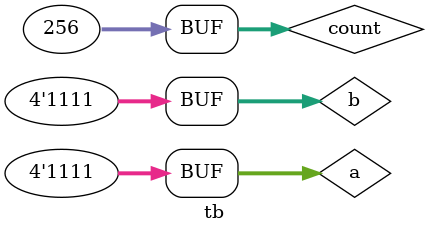
<source format=v>
module halfadder(output sum,carry ,input a,b);
xor XOR1(sum,a,b);
and AND1(carry,a,b);
endmodule

module fulladder(output s,cout,input a,b,cin);
wire a1,b1,c1;
halfadder h1(a1,b1,a,b);
halfadder h2(s,c1,a1,cin);
or OR1(cout,c1,b1);
endmodule

module four_bit_ripple_adder(output [3:0] s,output cout,input [3:0] a,b);
wire [2:0] carry;
fulladder f1(s[0],carry[0],a[0],b[0],0);

fulladder f2(s[1],carry[1],a[1],b[1],carry[0]);

fulladder f3(s[2],carry[2],a[2],b[2],carry[1]);

fulladder f4(s[3],cout,a[3],b[3],carry[2]);

endmodule
module tb;

reg [3:0]a,b;

wire [3:0] s;

wire cout;

four_bit_ripple_adder f1(s,cout,a,b);

integer count;

initial begin

for ( count=0;count<256;count=count+1)

begin

{a,b}=count;

#20;

end

end

endmodule
 
</source>
